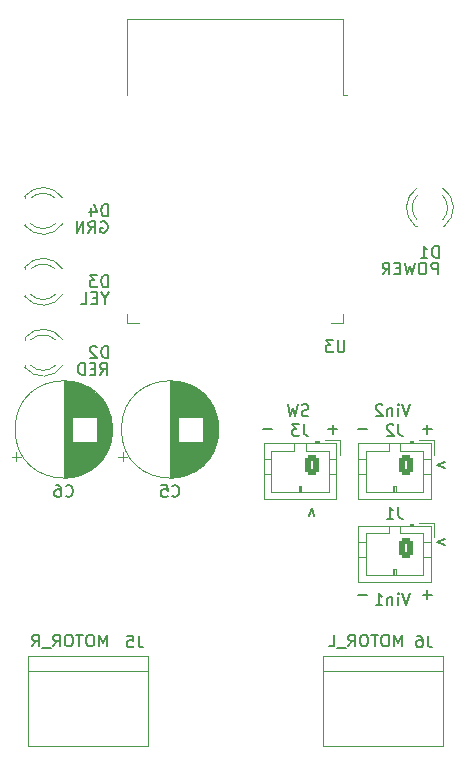
<source format=gbr>
%TF.GenerationSoftware,KiCad,Pcbnew,7.0.6*%
%TF.CreationDate,2025-04-22T02:23:43+09:00*%
%TF.ProjectId,Moving_V4_ESP,4d6f7669-6e67-45f5-9634-5f4553502e6b,rev?*%
%TF.SameCoordinates,Original*%
%TF.FileFunction,Legend,Bot*%
%TF.FilePolarity,Positive*%
%FSLAX46Y46*%
G04 Gerber Fmt 4.6, Leading zero omitted, Abs format (unit mm)*
G04 Created by KiCad (PCBNEW 7.0.6) date 2025-04-22 02:23:43*
%MOMM*%
%LPD*%
G01*
G04 APERTURE LIST*
G04 Aperture macros list*
%AMRoundRect*
0 Rectangle with rounded corners*
0 $1 Rounding radius*
0 $2 $3 $4 $5 $6 $7 $8 $9 X,Y pos of 4 corners*
0 Add a 4 corners polygon primitive as box body*
4,1,4,$2,$3,$4,$5,$6,$7,$8,$9,$2,$3,0*
0 Add four circle primitives for the rounded corners*
1,1,$1+$1,$2,$3*
1,1,$1+$1,$4,$5*
1,1,$1+$1,$6,$7*
1,1,$1+$1,$8,$9*
0 Add four rect primitives between the rounded corners*
20,1,$1+$1,$2,$3,$4,$5,0*
20,1,$1+$1,$4,$5,$6,$7,0*
20,1,$1+$1,$6,$7,$8,$9,0*
20,1,$1+$1,$8,$9,$2,$3,0*%
G04 Aperture macros list end*
%ADD10C,0.150000*%
%ADD11C,0.120000*%
%ADD12C,3.200000*%
%ADD13O,1.350000X1.700000*%
%ADD14O,1.100000X1.500000*%
%ADD15R,1.600000X1.600000*%
%ADD16C,1.600000*%
%ADD17R,1.800000X1.800000*%
%ADD18C,1.800000*%
%ADD19RoundRect,0.250000X0.350000X0.625000X-0.350000X0.625000X-0.350000X-0.625000X0.350000X-0.625000X0*%
%ADD20O,1.200000X1.750000*%
%ADD21R,1.500000X0.900000*%
%ADD22R,0.900000X1.500000*%
%ADD23C,0.600000*%
%ADD24R,4.200000X4.200000*%
%ADD25R,3.000000X3.000000*%
%ADD26C,3.000000*%
G04 APERTURE END LIST*
D10*
X107972744Y-123893628D02*
X107972744Y-124369819D01*
X108306077Y-123369819D02*
X107972744Y-123893628D01*
X107972744Y-123893628D02*
X107639411Y-123369819D01*
X107306077Y-123846009D02*
X106972744Y-123846009D01*
X106829887Y-124369819D02*
X107306077Y-124369819D01*
X107306077Y-124369819D02*
X107306077Y-123369819D01*
X107306077Y-123369819D02*
X106829887Y-123369819D01*
X105925125Y-124369819D02*
X106401315Y-124369819D01*
X106401315Y-124369819D02*
X106401315Y-123369819D01*
X122163220Y-134988866D02*
X121401316Y-134988866D01*
X125210839Y-133822200D02*
X125067982Y-133869819D01*
X125067982Y-133869819D02*
X124829887Y-133869819D01*
X124829887Y-133869819D02*
X124734649Y-133822200D01*
X124734649Y-133822200D02*
X124687030Y-133774580D01*
X124687030Y-133774580D02*
X124639411Y-133679342D01*
X124639411Y-133679342D02*
X124639411Y-133584104D01*
X124639411Y-133584104D02*
X124687030Y-133488866D01*
X124687030Y-133488866D02*
X124734649Y-133441247D01*
X124734649Y-133441247D02*
X124829887Y-133393628D01*
X124829887Y-133393628D02*
X125020363Y-133346009D01*
X125020363Y-133346009D02*
X125115601Y-133298390D01*
X125115601Y-133298390D02*
X125163220Y-133250771D01*
X125163220Y-133250771D02*
X125210839Y-133155533D01*
X125210839Y-133155533D02*
X125210839Y-133060295D01*
X125210839Y-133060295D02*
X125163220Y-132965057D01*
X125163220Y-132965057D02*
X125115601Y-132917438D01*
X125115601Y-132917438D02*
X125020363Y-132869819D01*
X125020363Y-132869819D02*
X124782268Y-132869819D01*
X124782268Y-132869819D02*
X124639411Y-132917438D01*
X124306077Y-132869819D02*
X124067982Y-133869819D01*
X124067982Y-133869819D02*
X123877506Y-133155533D01*
X123877506Y-133155533D02*
X123687030Y-133869819D01*
X123687030Y-133869819D02*
X123448935Y-132869819D01*
X130163220Y-148988866D02*
X129401316Y-148988866D01*
X133806077Y-132869819D02*
X133472744Y-133869819D01*
X133472744Y-133869819D02*
X133139411Y-132869819D01*
X132806077Y-133869819D02*
X132806077Y-133203152D01*
X132806077Y-132869819D02*
X132853696Y-132917438D01*
X132853696Y-132917438D02*
X132806077Y-132965057D01*
X132806077Y-132965057D02*
X132758458Y-132917438D01*
X132758458Y-132917438D02*
X132806077Y-132869819D01*
X132806077Y-132869819D02*
X132806077Y-132965057D01*
X132329887Y-133203152D02*
X132329887Y-133869819D01*
X132329887Y-133298390D02*
X132282268Y-133250771D01*
X132282268Y-133250771D02*
X132187030Y-133203152D01*
X132187030Y-133203152D02*
X132044173Y-133203152D01*
X132044173Y-133203152D02*
X131948935Y-133250771D01*
X131948935Y-133250771D02*
X131901316Y-133346009D01*
X131901316Y-133346009D02*
X131901316Y-133869819D01*
X131472744Y-132965057D02*
X131425125Y-132917438D01*
X131425125Y-132917438D02*
X131329887Y-132869819D01*
X131329887Y-132869819D02*
X131091792Y-132869819D01*
X131091792Y-132869819D02*
X130996554Y-132917438D01*
X130996554Y-132917438D02*
X130948935Y-132965057D01*
X130948935Y-132965057D02*
X130901316Y-133060295D01*
X130901316Y-133060295D02*
X130901316Y-133155533D01*
X130901316Y-133155533D02*
X130948935Y-133298390D01*
X130948935Y-133298390D02*
X131520363Y-133869819D01*
X131520363Y-133869819D02*
X130901316Y-133869819D01*
X133806077Y-148869819D02*
X133472744Y-149869819D01*
X133472744Y-149869819D02*
X133139411Y-148869819D01*
X132806077Y-149869819D02*
X132806077Y-149203152D01*
X132806077Y-148869819D02*
X132853696Y-148917438D01*
X132853696Y-148917438D02*
X132806077Y-148965057D01*
X132806077Y-148965057D02*
X132758458Y-148917438D01*
X132758458Y-148917438D02*
X132806077Y-148869819D01*
X132806077Y-148869819D02*
X132806077Y-148965057D01*
X132329887Y-149203152D02*
X132329887Y-149869819D01*
X132329887Y-149298390D02*
X132282268Y-149250771D01*
X132282268Y-149250771D02*
X132187030Y-149203152D01*
X132187030Y-149203152D02*
X132044173Y-149203152D01*
X132044173Y-149203152D02*
X131948935Y-149250771D01*
X131948935Y-149250771D02*
X131901316Y-149346009D01*
X131901316Y-149346009D02*
X131901316Y-149869819D01*
X130901316Y-149869819D02*
X131472744Y-149869819D01*
X131187030Y-149869819D02*
X131187030Y-148869819D01*
X131187030Y-148869819D02*
X131282268Y-149012676D01*
X131282268Y-149012676D02*
X131377506Y-149107914D01*
X131377506Y-149107914D02*
X131472744Y-149155533D01*
X135663220Y-134988866D02*
X134901316Y-134988866D01*
X135282268Y-135369819D02*
X135282268Y-134607914D01*
X130163220Y-134988866D02*
X129401316Y-134988866D01*
X127663220Y-134988866D02*
X126901316Y-134988866D01*
X127282268Y-135369819D02*
X127282268Y-134607914D01*
X108163220Y-153369819D02*
X108163220Y-152369819D01*
X108163220Y-152369819D02*
X107829887Y-153084104D01*
X107829887Y-153084104D02*
X107496554Y-152369819D01*
X107496554Y-152369819D02*
X107496554Y-153369819D01*
X106829887Y-152369819D02*
X106639411Y-152369819D01*
X106639411Y-152369819D02*
X106544173Y-152417438D01*
X106544173Y-152417438D02*
X106448935Y-152512676D01*
X106448935Y-152512676D02*
X106401316Y-152703152D01*
X106401316Y-152703152D02*
X106401316Y-153036485D01*
X106401316Y-153036485D02*
X106448935Y-153226961D01*
X106448935Y-153226961D02*
X106544173Y-153322200D01*
X106544173Y-153322200D02*
X106639411Y-153369819D01*
X106639411Y-153369819D02*
X106829887Y-153369819D01*
X106829887Y-153369819D02*
X106925125Y-153322200D01*
X106925125Y-153322200D02*
X107020363Y-153226961D01*
X107020363Y-153226961D02*
X107067982Y-153036485D01*
X107067982Y-153036485D02*
X107067982Y-152703152D01*
X107067982Y-152703152D02*
X107020363Y-152512676D01*
X107020363Y-152512676D02*
X106925125Y-152417438D01*
X106925125Y-152417438D02*
X106829887Y-152369819D01*
X106115601Y-152369819D02*
X105544173Y-152369819D01*
X105829887Y-153369819D02*
X105829887Y-152369819D01*
X105020363Y-152369819D02*
X104829887Y-152369819D01*
X104829887Y-152369819D02*
X104734649Y-152417438D01*
X104734649Y-152417438D02*
X104639411Y-152512676D01*
X104639411Y-152512676D02*
X104591792Y-152703152D01*
X104591792Y-152703152D02*
X104591792Y-153036485D01*
X104591792Y-153036485D02*
X104639411Y-153226961D01*
X104639411Y-153226961D02*
X104734649Y-153322200D01*
X104734649Y-153322200D02*
X104829887Y-153369819D01*
X104829887Y-153369819D02*
X105020363Y-153369819D01*
X105020363Y-153369819D02*
X105115601Y-153322200D01*
X105115601Y-153322200D02*
X105210839Y-153226961D01*
X105210839Y-153226961D02*
X105258458Y-153036485D01*
X105258458Y-153036485D02*
X105258458Y-152703152D01*
X105258458Y-152703152D02*
X105210839Y-152512676D01*
X105210839Y-152512676D02*
X105115601Y-152417438D01*
X105115601Y-152417438D02*
X105020363Y-152369819D01*
X103591792Y-153369819D02*
X103925125Y-152893628D01*
X104163220Y-153369819D02*
X104163220Y-152369819D01*
X104163220Y-152369819D02*
X103782268Y-152369819D01*
X103782268Y-152369819D02*
X103687030Y-152417438D01*
X103687030Y-152417438D02*
X103639411Y-152465057D01*
X103639411Y-152465057D02*
X103591792Y-152560295D01*
X103591792Y-152560295D02*
X103591792Y-152703152D01*
X103591792Y-152703152D02*
X103639411Y-152798390D01*
X103639411Y-152798390D02*
X103687030Y-152846009D01*
X103687030Y-152846009D02*
X103782268Y-152893628D01*
X103782268Y-152893628D02*
X104163220Y-152893628D01*
X103401316Y-153465057D02*
X102639411Y-153465057D01*
X101829887Y-153369819D02*
X102163220Y-152893628D01*
X102401315Y-153369819D02*
X102401315Y-152369819D01*
X102401315Y-152369819D02*
X102020363Y-152369819D01*
X102020363Y-152369819D02*
X101925125Y-152417438D01*
X101925125Y-152417438D02*
X101877506Y-152465057D01*
X101877506Y-152465057D02*
X101829887Y-152560295D01*
X101829887Y-152560295D02*
X101829887Y-152703152D01*
X101829887Y-152703152D02*
X101877506Y-152798390D01*
X101877506Y-152798390D02*
X101925125Y-152846009D01*
X101925125Y-152846009D02*
X102020363Y-152893628D01*
X102020363Y-152893628D02*
X102401315Y-152893628D01*
X107591792Y-130369819D02*
X107925125Y-129893628D01*
X108163220Y-130369819D02*
X108163220Y-129369819D01*
X108163220Y-129369819D02*
X107782268Y-129369819D01*
X107782268Y-129369819D02*
X107687030Y-129417438D01*
X107687030Y-129417438D02*
X107639411Y-129465057D01*
X107639411Y-129465057D02*
X107591792Y-129560295D01*
X107591792Y-129560295D02*
X107591792Y-129703152D01*
X107591792Y-129703152D02*
X107639411Y-129798390D01*
X107639411Y-129798390D02*
X107687030Y-129846009D01*
X107687030Y-129846009D02*
X107782268Y-129893628D01*
X107782268Y-129893628D02*
X108163220Y-129893628D01*
X107163220Y-129846009D02*
X106829887Y-129846009D01*
X106687030Y-130369819D02*
X107163220Y-130369819D01*
X107163220Y-130369819D02*
X107163220Y-129369819D01*
X107163220Y-129369819D02*
X106687030Y-129369819D01*
X106258458Y-130369819D02*
X106258458Y-129369819D01*
X106258458Y-129369819D02*
X106020363Y-129369819D01*
X106020363Y-129369819D02*
X105877506Y-129417438D01*
X105877506Y-129417438D02*
X105782268Y-129512676D01*
X105782268Y-129512676D02*
X105734649Y-129607914D01*
X105734649Y-129607914D02*
X105687030Y-129798390D01*
X105687030Y-129798390D02*
X105687030Y-129941247D01*
X105687030Y-129941247D02*
X105734649Y-130131723D01*
X105734649Y-130131723D02*
X105782268Y-130226961D01*
X105782268Y-130226961D02*
X105877506Y-130322200D01*
X105877506Y-130322200D02*
X106020363Y-130369819D01*
X106020363Y-130369819D02*
X106258458Y-130369819D01*
X133163220Y-153369819D02*
X133163220Y-152369819D01*
X133163220Y-152369819D02*
X132829887Y-153084104D01*
X132829887Y-153084104D02*
X132496554Y-152369819D01*
X132496554Y-152369819D02*
X132496554Y-153369819D01*
X131829887Y-152369819D02*
X131639411Y-152369819D01*
X131639411Y-152369819D02*
X131544173Y-152417438D01*
X131544173Y-152417438D02*
X131448935Y-152512676D01*
X131448935Y-152512676D02*
X131401316Y-152703152D01*
X131401316Y-152703152D02*
X131401316Y-153036485D01*
X131401316Y-153036485D02*
X131448935Y-153226961D01*
X131448935Y-153226961D02*
X131544173Y-153322200D01*
X131544173Y-153322200D02*
X131639411Y-153369819D01*
X131639411Y-153369819D02*
X131829887Y-153369819D01*
X131829887Y-153369819D02*
X131925125Y-153322200D01*
X131925125Y-153322200D02*
X132020363Y-153226961D01*
X132020363Y-153226961D02*
X132067982Y-153036485D01*
X132067982Y-153036485D02*
X132067982Y-152703152D01*
X132067982Y-152703152D02*
X132020363Y-152512676D01*
X132020363Y-152512676D02*
X131925125Y-152417438D01*
X131925125Y-152417438D02*
X131829887Y-152369819D01*
X131115601Y-152369819D02*
X130544173Y-152369819D01*
X130829887Y-153369819D02*
X130829887Y-152369819D01*
X130020363Y-152369819D02*
X129829887Y-152369819D01*
X129829887Y-152369819D02*
X129734649Y-152417438D01*
X129734649Y-152417438D02*
X129639411Y-152512676D01*
X129639411Y-152512676D02*
X129591792Y-152703152D01*
X129591792Y-152703152D02*
X129591792Y-153036485D01*
X129591792Y-153036485D02*
X129639411Y-153226961D01*
X129639411Y-153226961D02*
X129734649Y-153322200D01*
X129734649Y-153322200D02*
X129829887Y-153369819D01*
X129829887Y-153369819D02*
X130020363Y-153369819D01*
X130020363Y-153369819D02*
X130115601Y-153322200D01*
X130115601Y-153322200D02*
X130210839Y-153226961D01*
X130210839Y-153226961D02*
X130258458Y-153036485D01*
X130258458Y-153036485D02*
X130258458Y-152703152D01*
X130258458Y-152703152D02*
X130210839Y-152512676D01*
X130210839Y-152512676D02*
X130115601Y-152417438D01*
X130115601Y-152417438D02*
X130020363Y-152369819D01*
X128591792Y-153369819D02*
X128925125Y-152893628D01*
X129163220Y-153369819D02*
X129163220Y-152369819D01*
X129163220Y-152369819D02*
X128782268Y-152369819D01*
X128782268Y-152369819D02*
X128687030Y-152417438D01*
X128687030Y-152417438D02*
X128639411Y-152465057D01*
X128639411Y-152465057D02*
X128591792Y-152560295D01*
X128591792Y-152560295D02*
X128591792Y-152703152D01*
X128591792Y-152703152D02*
X128639411Y-152798390D01*
X128639411Y-152798390D02*
X128687030Y-152846009D01*
X128687030Y-152846009D02*
X128782268Y-152893628D01*
X128782268Y-152893628D02*
X129163220Y-152893628D01*
X128401316Y-153465057D02*
X127639411Y-153465057D01*
X126925125Y-153369819D02*
X127401315Y-153369819D01*
X127401315Y-153369819D02*
X127401315Y-152369819D01*
X107639411Y-117417438D02*
X107734649Y-117369819D01*
X107734649Y-117369819D02*
X107877506Y-117369819D01*
X107877506Y-117369819D02*
X108020363Y-117417438D01*
X108020363Y-117417438D02*
X108115601Y-117512676D01*
X108115601Y-117512676D02*
X108163220Y-117607914D01*
X108163220Y-117607914D02*
X108210839Y-117798390D01*
X108210839Y-117798390D02*
X108210839Y-117941247D01*
X108210839Y-117941247D02*
X108163220Y-118131723D01*
X108163220Y-118131723D02*
X108115601Y-118226961D01*
X108115601Y-118226961D02*
X108020363Y-118322200D01*
X108020363Y-118322200D02*
X107877506Y-118369819D01*
X107877506Y-118369819D02*
X107782268Y-118369819D01*
X107782268Y-118369819D02*
X107639411Y-118322200D01*
X107639411Y-118322200D02*
X107591792Y-118274580D01*
X107591792Y-118274580D02*
X107591792Y-117941247D01*
X107591792Y-117941247D02*
X107782268Y-117941247D01*
X106591792Y-118369819D02*
X106925125Y-117893628D01*
X107163220Y-118369819D02*
X107163220Y-117369819D01*
X107163220Y-117369819D02*
X106782268Y-117369819D01*
X106782268Y-117369819D02*
X106687030Y-117417438D01*
X106687030Y-117417438D02*
X106639411Y-117465057D01*
X106639411Y-117465057D02*
X106591792Y-117560295D01*
X106591792Y-117560295D02*
X106591792Y-117703152D01*
X106591792Y-117703152D02*
X106639411Y-117798390D01*
X106639411Y-117798390D02*
X106687030Y-117846009D01*
X106687030Y-117846009D02*
X106782268Y-117893628D01*
X106782268Y-117893628D02*
X107163220Y-117893628D01*
X106163220Y-118369819D02*
X106163220Y-117369819D01*
X106163220Y-117369819D02*
X105591792Y-118369819D01*
X105591792Y-118369819D02*
X105591792Y-117369819D01*
X136796847Y-138258458D02*
X136130180Y-138020363D01*
X136130180Y-138020363D02*
X136796847Y-137782268D01*
X136163220Y-121869819D02*
X136163220Y-120869819D01*
X136163220Y-120869819D02*
X135782268Y-120869819D01*
X135782268Y-120869819D02*
X135687030Y-120917438D01*
X135687030Y-120917438D02*
X135639411Y-120965057D01*
X135639411Y-120965057D02*
X135591792Y-121060295D01*
X135591792Y-121060295D02*
X135591792Y-121203152D01*
X135591792Y-121203152D02*
X135639411Y-121298390D01*
X135639411Y-121298390D02*
X135687030Y-121346009D01*
X135687030Y-121346009D02*
X135782268Y-121393628D01*
X135782268Y-121393628D02*
X136163220Y-121393628D01*
X134972744Y-120869819D02*
X134782268Y-120869819D01*
X134782268Y-120869819D02*
X134687030Y-120917438D01*
X134687030Y-120917438D02*
X134591792Y-121012676D01*
X134591792Y-121012676D02*
X134544173Y-121203152D01*
X134544173Y-121203152D02*
X134544173Y-121536485D01*
X134544173Y-121536485D02*
X134591792Y-121726961D01*
X134591792Y-121726961D02*
X134687030Y-121822200D01*
X134687030Y-121822200D02*
X134782268Y-121869819D01*
X134782268Y-121869819D02*
X134972744Y-121869819D01*
X134972744Y-121869819D02*
X135067982Y-121822200D01*
X135067982Y-121822200D02*
X135163220Y-121726961D01*
X135163220Y-121726961D02*
X135210839Y-121536485D01*
X135210839Y-121536485D02*
X135210839Y-121203152D01*
X135210839Y-121203152D02*
X135163220Y-121012676D01*
X135163220Y-121012676D02*
X135067982Y-120917438D01*
X135067982Y-120917438D02*
X134972744Y-120869819D01*
X134210839Y-120869819D02*
X133972744Y-121869819D01*
X133972744Y-121869819D02*
X133782268Y-121155533D01*
X133782268Y-121155533D02*
X133591792Y-121869819D01*
X133591792Y-121869819D02*
X133353697Y-120869819D01*
X132972744Y-121346009D02*
X132639411Y-121346009D01*
X132496554Y-121869819D02*
X132972744Y-121869819D01*
X132972744Y-121869819D02*
X132972744Y-120869819D01*
X132972744Y-120869819D02*
X132496554Y-120869819D01*
X131496554Y-121869819D02*
X131829887Y-121393628D01*
X132067982Y-121869819D02*
X132067982Y-120869819D01*
X132067982Y-120869819D02*
X131687030Y-120869819D01*
X131687030Y-120869819D02*
X131591792Y-120917438D01*
X131591792Y-120917438D02*
X131544173Y-120965057D01*
X131544173Y-120965057D02*
X131496554Y-121060295D01*
X131496554Y-121060295D02*
X131496554Y-121203152D01*
X131496554Y-121203152D02*
X131544173Y-121298390D01*
X131544173Y-121298390D02*
X131591792Y-121346009D01*
X131591792Y-121346009D02*
X131687030Y-121393628D01*
X131687030Y-121393628D02*
X132067982Y-121393628D01*
X125241541Y-142296847D02*
X125479636Y-141630180D01*
X125479636Y-141630180D02*
X125717731Y-142296847D01*
X135663220Y-148988866D02*
X134901316Y-148988866D01*
X135282268Y-149369819D02*
X135282268Y-148607914D01*
X136796847Y-144758458D02*
X136130180Y-144520363D01*
X136130180Y-144520363D02*
X136796847Y-144282268D01*
X113666666Y-140609580D02*
X113714285Y-140657200D01*
X113714285Y-140657200D02*
X113857142Y-140704819D01*
X113857142Y-140704819D02*
X113952380Y-140704819D01*
X113952380Y-140704819D02*
X114095237Y-140657200D01*
X114095237Y-140657200D02*
X114190475Y-140561961D01*
X114190475Y-140561961D02*
X114238094Y-140466723D01*
X114238094Y-140466723D02*
X114285713Y-140276247D01*
X114285713Y-140276247D02*
X114285713Y-140133390D01*
X114285713Y-140133390D02*
X114238094Y-139942914D01*
X114238094Y-139942914D02*
X114190475Y-139847676D01*
X114190475Y-139847676D02*
X114095237Y-139752438D01*
X114095237Y-139752438D02*
X113952380Y-139704819D01*
X113952380Y-139704819D02*
X113857142Y-139704819D01*
X113857142Y-139704819D02*
X113714285Y-139752438D01*
X113714285Y-139752438D02*
X113666666Y-139800057D01*
X112761904Y-139704819D02*
X113238094Y-139704819D01*
X113238094Y-139704819D02*
X113285713Y-140181009D01*
X113285713Y-140181009D02*
X113238094Y-140133390D01*
X113238094Y-140133390D02*
X113142856Y-140085771D01*
X113142856Y-140085771D02*
X112904761Y-140085771D01*
X112904761Y-140085771D02*
X112809523Y-140133390D01*
X112809523Y-140133390D02*
X112761904Y-140181009D01*
X112761904Y-140181009D02*
X112714285Y-140276247D01*
X112714285Y-140276247D02*
X112714285Y-140514342D01*
X112714285Y-140514342D02*
X112761904Y-140609580D01*
X112761904Y-140609580D02*
X112809523Y-140657200D01*
X112809523Y-140657200D02*
X112904761Y-140704819D01*
X112904761Y-140704819D02*
X113142856Y-140704819D01*
X113142856Y-140704819D02*
X113238094Y-140657200D01*
X113238094Y-140657200D02*
X113285713Y-140609580D01*
X108238094Y-128954819D02*
X108238094Y-127954819D01*
X108238094Y-127954819D02*
X107999999Y-127954819D01*
X107999999Y-127954819D02*
X107857142Y-128002438D01*
X107857142Y-128002438D02*
X107761904Y-128097676D01*
X107761904Y-128097676D02*
X107714285Y-128192914D01*
X107714285Y-128192914D02*
X107666666Y-128383390D01*
X107666666Y-128383390D02*
X107666666Y-128526247D01*
X107666666Y-128526247D02*
X107714285Y-128716723D01*
X107714285Y-128716723D02*
X107761904Y-128811961D01*
X107761904Y-128811961D02*
X107857142Y-128907200D01*
X107857142Y-128907200D02*
X107999999Y-128954819D01*
X107999999Y-128954819D02*
X108238094Y-128954819D01*
X107285713Y-128050057D02*
X107238094Y-128002438D01*
X107238094Y-128002438D02*
X107142856Y-127954819D01*
X107142856Y-127954819D02*
X106904761Y-127954819D01*
X106904761Y-127954819D02*
X106809523Y-128002438D01*
X106809523Y-128002438D02*
X106761904Y-128050057D01*
X106761904Y-128050057D02*
X106714285Y-128145295D01*
X106714285Y-128145295D02*
X106714285Y-128240533D01*
X106714285Y-128240533D02*
X106761904Y-128383390D01*
X106761904Y-128383390D02*
X107333332Y-128954819D01*
X107333332Y-128954819D02*
X106714285Y-128954819D01*
X104666666Y-140609580D02*
X104714285Y-140657200D01*
X104714285Y-140657200D02*
X104857142Y-140704819D01*
X104857142Y-140704819D02*
X104952380Y-140704819D01*
X104952380Y-140704819D02*
X105095237Y-140657200D01*
X105095237Y-140657200D02*
X105190475Y-140561961D01*
X105190475Y-140561961D02*
X105238094Y-140466723D01*
X105238094Y-140466723D02*
X105285713Y-140276247D01*
X105285713Y-140276247D02*
X105285713Y-140133390D01*
X105285713Y-140133390D02*
X105238094Y-139942914D01*
X105238094Y-139942914D02*
X105190475Y-139847676D01*
X105190475Y-139847676D02*
X105095237Y-139752438D01*
X105095237Y-139752438D02*
X104952380Y-139704819D01*
X104952380Y-139704819D02*
X104857142Y-139704819D01*
X104857142Y-139704819D02*
X104714285Y-139752438D01*
X104714285Y-139752438D02*
X104666666Y-139800057D01*
X103809523Y-139704819D02*
X103999999Y-139704819D01*
X103999999Y-139704819D02*
X104095237Y-139752438D01*
X104095237Y-139752438D02*
X104142856Y-139800057D01*
X104142856Y-139800057D02*
X104238094Y-139942914D01*
X104238094Y-139942914D02*
X104285713Y-140133390D01*
X104285713Y-140133390D02*
X104285713Y-140514342D01*
X104285713Y-140514342D02*
X104238094Y-140609580D01*
X104238094Y-140609580D02*
X104190475Y-140657200D01*
X104190475Y-140657200D02*
X104095237Y-140704819D01*
X104095237Y-140704819D02*
X103904761Y-140704819D01*
X103904761Y-140704819D02*
X103809523Y-140657200D01*
X103809523Y-140657200D02*
X103761904Y-140609580D01*
X103761904Y-140609580D02*
X103714285Y-140514342D01*
X103714285Y-140514342D02*
X103714285Y-140276247D01*
X103714285Y-140276247D02*
X103761904Y-140181009D01*
X103761904Y-140181009D02*
X103809523Y-140133390D01*
X103809523Y-140133390D02*
X103904761Y-140085771D01*
X103904761Y-140085771D02*
X104095237Y-140085771D01*
X104095237Y-140085771D02*
X104190475Y-140133390D01*
X104190475Y-140133390D02*
X104238094Y-140181009D01*
X104238094Y-140181009D02*
X104285713Y-140276247D01*
X132833333Y-141554819D02*
X132833333Y-142269104D01*
X132833333Y-142269104D02*
X132880952Y-142411961D01*
X132880952Y-142411961D02*
X132976190Y-142507200D01*
X132976190Y-142507200D02*
X133119047Y-142554819D01*
X133119047Y-142554819D02*
X133214285Y-142554819D01*
X131833333Y-142554819D02*
X132404761Y-142554819D01*
X132119047Y-142554819D02*
X132119047Y-141554819D01*
X132119047Y-141554819D02*
X132214285Y-141697676D01*
X132214285Y-141697676D02*
X132309523Y-141792914D01*
X132309523Y-141792914D02*
X132404761Y-141840533D01*
X128261904Y-127454819D02*
X128261904Y-128264342D01*
X128261904Y-128264342D02*
X128214285Y-128359580D01*
X128214285Y-128359580D02*
X128166666Y-128407200D01*
X128166666Y-128407200D02*
X128071428Y-128454819D01*
X128071428Y-128454819D02*
X127880952Y-128454819D01*
X127880952Y-128454819D02*
X127785714Y-128407200D01*
X127785714Y-128407200D02*
X127738095Y-128359580D01*
X127738095Y-128359580D02*
X127690476Y-128264342D01*
X127690476Y-128264342D02*
X127690476Y-127454819D01*
X127309523Y-127454819D02*
X126690476Y-127454819D01*
X126690476Y-127454819D02*
X127023809Y-127835771D01*
X127023809Y-127835771D02*
X126880952Y-127835771D01*
X126880952Y-127835771D02*
X126785714Y-127883390D01*
X126785714Y-127883390D02*
X126738095Y-127931009D01*
X126738095Y-127931009D02*
X126690476Y-128026247D01*
X126690476Y-128026247D02*
X126690476Y-128264342D01*
X126690476Y-128264342D02*
X126738095Y-128359580D01*
X126738095Y-128359580D02*
X126785714Y-128407200D01*
X126785714Y-128407200D02*
X126880952Y-128454819D01*
X126880952Y-128454819D02*
X127166666Y-128454819D01*
X127166666Y-128454819D02*
X127261904Y-128407200D01*
X127261904Y-128407200D02*
X127309523Y-128359580D01*
X132833333Y-134554819D02*
X132833333Y-135269104D01*
X132833333Y-135269104D02*
X132880952Y-135411961D01*
X132880952Y-135411961D02*
X132976190Y-135507200D01*
X132976190Y-135507200D02*
X133119047Y-135554819D01*
X133119047Y-135554819D02*
X133214285Y-135554819D01*
X132404761Y-134650057D02*
X132357142Y-134602438D01*
X132357142Y-134602438D02*
X132261904Y-134554819D01*
X132261904Y-134554819D02*
X132023809Y-134554819D01*
X132023809Y-134554819D02*
X131928571Y-134602438D01*
X131928571Y-134602438D02*
X131880952Y-134650057D01*
X131880952Y-134650057D02*
X131833333Y-134745295D01*
X131833333Y-134745295D02*
X131833333Y-134840533D01*
X131833333Y-134840533D02*
X131880952Y-134983390D01*
X131880952Y-134983390D02*
X132452380Y-135554819D01*
X132452380Y-135554819D02*
X131833333Y-135554819D01*
X108238094Y-116954819D02*
X108238094Y-115954819D01*
X108238094Y-115954819D02*
X107999999Y-115954819D01*
X107999999Y-115954819D02*
X107857142Y-116002438D01*
X107857142Y-116002438D02*
X107761904Y-116097676D01*
X107761904Y-116097676D02*
X107714285Y-116192914D01*
X107714285Y-116192914D02*
X107666666Y-116383390D01*
X107666666Y-116383390D02*
X107666666Y-116526247D01*
X107666666Y-116526247D02*
X107714285Y-116716723D01*
X107714285Y-116716723D02*
X107761904Y-116811961D01*
X107761904Y-116811961D02*
X107857142Y-116907200D01*
X107857142Y-116907200D02*
X107999999Y-116954819D01*
X107999999Y-116954819D02*
X108238094Y-116954819D01*
X106809523Y-116288152D02*
X106809523Y-116954819D01*
X107047618Y-115907200D02*
X107285713Y-116621485D01*
X107285713Y-116621485D02*
X106666666Y-116621485D01*
X136238094Y-120454819D02*
X136238094Y-119454819D01*
X136238094Y-119454819D02*
X135999999Y-119454819D01*
X135999999Y-119454819D02*
X135857142Y-119502438D01*
X135857142Y-119502438D02*
X135761904Y-119597676D01*
X135761904Y-119597676D02*
X135714285Y-119692914D01*
X135714285Y-119692914D02*
X135666666Y-119883390D01*
X135666666Y-119883390D02*
X135666666Y-120026247D01*
X135666666Y-120026247D02*
X135714285Y-120216723D01*
X135714285Y-120216723D02*
X135761904Y-120311961D01*
X135761904Y-120311961D02*
X135857142Y-120407200D01*
X135857142Y-120407200D02*
X135999999Y-120454819D01*
X135999999Y-120454819D02*
X136238094Y-120454819D01*
X134714285Y-120454819D02*
X135285713Y-120454819D01*
X134999999Y-120454819D02*
X134999999Y-119454819D01*
X134999999Y-119454819D02*
X135095237Y-119597676D01*
X135095237Y-119597676D02*
X135190475Y-119692914D01*
X135190475Y-119692914D02*
X135285713Y-119740533D01*
X135333333Y-152454819D02*
X135333333Y-153169104D01*
X135333333Y-153169104D02*
X135380952Y-153311961D01*
X135380952Y-153311961D02*
X135476190Y-153407200D01*
X135476190Y-153407200D02*
X135619047Y-153454819D01*
X135619047Y-153454819D02*
X135714285Y-153454819D01*
X134428571Y-152454819D02*
X134619047Y-152454819D01*
X134619047Y-152454819D02*
X134714285Y-152502438D01*
X134714285Y-152502438D02*
X134761904Y-152550057D01*
X134761904Y-152550057D02*
X134857142Y-152692914D01*
X134857142Y-152692914D02*
X134904761Y-152883390D01*
X134904761Y-152883390D02*
X134904761Y-153264342D01*
X134904761Y-153264342D02*
X134857142Y-153359580D01*
X134857142Y-153359580D02*
X134809523Y-153407200D01*
X134809523Y-153407200D02*
X134714285Y-153454819D01*
X134714285Y-153454819D02*
X134523809Y-153454819D01*
X134523809Y-153454819D02*
X134428571Y-153407200D01*
X134428571Y-153407200D02*
X134380952Y-153359580D01*
X134380952Y-153359580D02*
X134333333Y-153264342D01*
X134333333Y-153264342D02*
X134333333Y-153026247D01*
X134333333Y-153026247D02*
X134380952Y-152931009D01*
X134380952Y-152931009D02*
X134428571Y-152883390D01*
X134428571Y-152883390D02*
X134523809Y-152835771D01*
X134523809Y-152835771D02*
X134714285Y-152835771D01*
X134714285Y-152835771D02*
X134809523Y-152883390D01*
X134809523Y-152883390D02*
X134857142Y-152931009D01*
X134857142Y-152931009D02*
X134904761Y-153026247D01*
X108238094Y-122954819D02*
X108238094Y-121954819D01*
X108238094Y-121954819D02*
X107999999Y-121954819D01*
X107999999Y-121954819D02*
X107857142Y-122002438D01*
X107857142Y-122002438D02*
X107761904Y-122097676D01*
X107761904Y-122097676D02*
X107714285Y-122192914D01*
X107714285Y-122192914D02*
X107666666Y-122383390D01*
X107666666Y-122383390D02*
X107666666Y-122526247D01*
X107666666Y-122526247D02*
X107714285Y-122716723D01*
X107714285Y-122716723D02*
X107761904Y-122811961D01*
X107761904Y-122811961D02*
X107857142Y-122907200D01*
X107857142Y-122907200D02*
X107999999Y-122954819D01*
X107999999Y-122954819D02*
X108238094Y-122954819D01*
X107333332Y-121954819D02*
X106714285Y-121954819D01*
X106714285Y-121954819D02*
X107047618Y-122335771D01*
X107047618Y-122335771D02*
X106904761Y-122335771D01*
X106904761Y-122335771D02*
X106809523Y-122383390D01*
X106809523Y-122383390D02*
X106761904Y-122431009D01*
X106761904Y-122431009D02*
X106714285Y-122526247D01*
X106714285Y-122526247D02*
X106714285Y-122764342D01*
X106714285Y-122764342D02*
X106761904Y-122859580D01*
X106761904Y-122859580D02*
X106809523Y-122907200D01*
X106809523Y-122907200D02*
X106904761Y-122954819D01*
X106904761Y-122954819D02*
X107190475Y-122954819D01*
X107190475Y-122954819D02*
X107285713Y-122907200D01*
X107285713Y-122907200D02*
X107333332Y-122859580D01*
X124833333Y-134554819D02*
X124833333Y-135269104D01*
X124833333Y-135269104D02*
X124880952Y-135411961D01*
X124880952Y-135411961D02*
X124976190Y-135507200D01*
X124976190Y-135507200D02*
X125119047Y-135554819D01*
X125119047Y-135554819D02*
X125214285Y-135554819D01*
X124452380Y-134554819D02*
X123833333Y-134554819D01*
X123833333Y-134554819D02*
X124166666Y-134935771D01*
X124166666Y-134935771D02*
X124023809Y-134935771D01*
X124023809Y-134935771D02*
X123928571Y-134983390D01*
X123928571Y-134983390D02*
X123880952Y-135031009D01*
X123880952Y-135031009D02*
X123833333Y-135126247D01*
X123833333Y-135126247D02*
X123833333Y-135364342D01*
X123833333Y-135364342D02*
X123880952Y-135459580D01*
X123880952Y-135459580D02*
X123928571Y-135507200D01*
X123928571Y-135507200D02*
X124023809Y-135554819D01*
X124023809Y-135554819D02*
X124309523Y-135554819D01*
X124309523Y-135554819D02*
X124404761Y-135507200D01*
X124404761Y-135507200D02*
X124452380Y-135459580D01*
X110833333Y-152454819D02*
X110833333Y-153169104D01*
X110833333Y-153169104D02*
X110880952Y-153311961D01*
X110880952Y-153311961D02*
X110976190Y-153407200D01*
X110976190Y-153407200D02*
X111119047Y-153454819D01*
X111119047Y-153454819D02*
X111214285Y-153454819D01*
X109880952Y-152454819D02*
X110357142Y-152454819D01*
X110357142Y-152454819D02*
X110404761Y-152931009D01*
X110404761Y-152931009D02*
X110357142Y-152883390D01*
X110357142Y-152883390D02*
X110261904Y-152835771D01*
X110261904Y-152835771D02*
X110023809Y-152835771D01*
X110023809Y-152835771D02*
X109928571Y-152883390D01*
X109928571Y-152883390D02*
X109880952Y-152931009D01*
X109880952Y-152931009D02*
X109833333Y-153026247D01*
X109833333Y-153026247D02*
X109833333Y-153264342D01*
X109833333Y-153264342D02*
X109880952Y-153359580D01*
X109880952Y-153359580D02*
X109928571Y-153407200D01*
X109928571Y-153407200D02*
X110023809Y-153454819D01*
X110023809Y-153454819D02*
X110261904Y-153454819D01*
X110261904Y-153454819D02*
X110357142Y-153407200D01*
X110357142Y-153407200D02*
X110404761Y-153359580D01*
D11*
%TO.C,C5*%
X109090302Y-137315000D02*
X109890302Y-137315000D01*
X109490302Y-137715000D02*
X109490302Y-136915000D01*
X113500000Y-139080000D02*
X113500000Y-130920000D01*
X113540000Y-139080000D02*
X113540000Y-130920000D01*
X113580000Y-139080000D02*
X113580000Y-130920000D01*
X113620000Y-139079000D02*
X113620000Y-130921000D01*
X113660000Y-139077000D02*
X113660000Y-130923000D01*
X113700000Y-139076000D02*
X113700000Y-130924000D01*
X113740000Y-139074000D02*
X113740000Y-130926000D01*
X113780000Y-139071000D02*
X113780000Y-130929000D01*
X113820000Y-139068000D02*
X113820000Y-130932000D01*
X113860000Y-139065000D02*
X113860000Y-130935000D01*
X113900000Y-139061000D02*
X113900000Y-130939000D01*
X113940000Y-139057000D02*
X113940000Y-130943000D01*
X113980000Y-139052000D02*
X113980000Y-130948000D01*
X114020000Y-139048000D02*
X114020000Y-130952000D01*
X114060000Y-139042000D02*
X114060000Y-130958000D01*
X114100000Y-139037000D02*
X114100000Y-130963000D01*
X114140000Y-139030000D02*
X114140000Y-130970000D01*
X114180000Y-139024000D02*
X114180000Y-130976000D01*
X114221000Y-133960000D02*
X114221000Y-130983000D01*
X114221000Y-139017000D02*
X114221000Y-136040000D01*
X114261000Y-133960000D02*
X114261000Y-130990000D01*
X114261000Y-139010000D02*
X114261000Y-136040000D01*
X114301000Y-133960000D02*
X114301000Y-130998000D01*
X114301000Y-139002000D02*
X114301000Y-136040000D01*
X114341000Y-133960000D02*
X114341000Y-131006000D01*
X114341000Y-138994000D02*
X114341000Y-136040000D01*
X114381000Y-133960000D02*
X114381000Y-131015000D01*
X114381000Y-138985000D02*
X114381000Y-136040000D01*
X114421000Y-133960000D02*
X114421000Y-131024000D01*
X114421000Y-138976000D02*
X114421000Y-136040000D01*
X114461000Y-133960000D02*
X114461000Y-131033000D01*
X114461000Y-138967000D02*
X114461000Y-136040000D01*
X114501000Y-133960000D02*
X114501000Y-131043000D01*
X114501000Y-138957000D02*
X114501000Y-136040000D01*
X114541000Y-133960000D02*
X114541000Y-131053000D01*
X114541000Y-138947000D02*
X114541000Y-136040000D01*
X114581000Y-133960000D02*
X114581000Y-131064000D01*
X114581000Y-138936000D02*
X114581000Y-136040000D01*
X114621000Y-133960000D02*
X114621000Y-131075000D01*
X114621000Y-138925000D02*
X114621000Y-136040000D01*
X114661000Y-133960000D02*
X114661000Y-131086000D01*
X114661000Y-138914000D02*
X114661000Y-136040000D01*
X114701000Y-133960000D02*
X114701000Y-131098000D01*
X114701000Y-138902000D02*
X114701000Y-136040000D01*
X114741000Y-133960000D02*
X114741000Y-131111000D01*
X114741000Y-138889000D02*
X114741000Y-136040000D01*
X114781000Y-133960000D02*
X114781000Y-131123000D01*
X114781000Y-138877000D02*
X114781000Y-136040000D01*
X114821000Y-133960000D02*
X114821000Y-131137000D01*
X114821000Y-138863000D02*
X114821000Y-136040000D01*
X114861000Y-133960000D02*
X114861000Y-131150000D01*
X114861000Y-138850000D02*
X114861000Y-136040000D01*
X114901000Y-133960000D02*
X114901000Y-131165000D01*
X114901000Y-138835000D02*
X114901000Y-136040000D01*
X114941000Y-133960000D02*
X114941000Y-131179000D01*
X114941000Y-138821000D02*
X114941000Y-136040000D01*
X114981000Y-133960000D02*
X114981000Y-131195000D01*
X114981000Y-138805000D02*
X114981000Y-136040000D01*
X115021000Y-133960000D02*
X115021000Y-131210000D01*
X115021000Y-138790000D02*
X115021000Y-136040000D01*
X115061000Y-133960000D02*
X115061000Y-131226000D01*
X115061000Y-138774000D02*
X115061000Y-136040000D01*
X115101000Y-133960000D02*
X115101000Y-131243000D01*
X115101000Y-138757000D02*
X115101000Y-136040000D01*
X115141000Y-133960000D02*
X115141000Y-131260000D01*
X115141000Y-138740000D02*
X115141000Y-136040000D01*
X115181000Y-133960000D02*
X115181000Y-131278000D01*
X115181000Y-138722000D02*
X115181000Y-136040000D01*
X115221000Y-133960000D02*
X115221000Y-131296000D01*
X115221000Y-138704000D02*
X115221000Y-136040000D01*
X115261000Y-133960000D02*
X115261000Y-131314000D01*
X115261000Y-138686000D02*
X115261000Y-136040000D01*
X115301000Y-133960000D02*
X115301000Y-131334000D01*
X115301000Y-138666000D02*
X115301000Y-136040000D01*
X115341000Y-133960000D02*
X115341000Y-131353000D01*
X115341000Y-138647000D02*
X115341000Y-136040000D01*
X115381000Y-133960000D02*
X115381000Y-131373000D01*
X115381000Y-138627000D02*
X115381000Y-136040000D01*
X115421000Y-133960000D02*
X115421000Y-131394000D01*
X115421000Y-138606000D02*
X115421000Y-136040000D01*
X115461000Y-133960000D02*
X115461000Y-131416000D01*
X115461000Y-138584000D02*
X115461000Y-136040000D01*
X115501000Y-133960000D02*
X115501000Y-131438000D01*
X115501000Y-138562000D02*
X115501000Y-136040000D01*
X115541000Y-133960000D02*
X115541000Y-131460000D01*
X115541000Y-138540000D02*
X115541000Y-136040000D01*
X115581000Y-133960000D02*
X115581000Y-131483000D01*
X115581000Y-138517000D02*
X115581000Y-136040000D01*
X115621000Y-133960000D02*
X115621000Y-131507000D01*
X115621000Y-138493000D02*
X115621000Y-136040000D01*
X115661000Y-133960000D02*
X115661000Y-131531000D01*
X115661000Y-138469000D02*
X115661000Y-136040000D01*
X115701000Y-133960000D02*
X115701000Y-131556000D01*
X115701000Y-138444000D02*
X115701000Y-136040000D01*
X115741000Y-133960000D02*
X115741000Y-131582000D01*
X115741000Y-138418000D02*
X115741000Y-136040000D01*
X115781000Y-133960000D02*
X115781000Y-131608000D01*
X115781000Y-138392000D02*
X115781000Y-136040000D01*
X115821000Y-133960000D02*
X115821000Y-131635000D01*
X115821000Y-138365000D02*
X115821000Y-136040000D01*
X115861000Y-133960000D02*
X115861000Y-131662000D01*
X115861000Y-138338000D02*
X115861000Y-136040000D01*
X115901000Y-133960000D02*
X115901000Y-131691000D01*
X115901000Y-138309000D02*
X115901000Y-136040000D01*
X115941000Y-133960000D02*
X115941000Y-131720000D01*
X115941000Y-138280000D02*
X115941000Y-136040000D01*
X115981000Y-133960000D02*
X115981000Y-131750000D01*
X115981000Y-138250000D02*
X115981000Y-136040000D01*
X116021000Y-133960000D02*
X116021000Y-131780000D01*
X116021000Y-138220000D02*
X116021000Y-136040000D01*
X116061000Y-133960000D02*
X116061000Y-131811000D01*
X116061000Y-138189000D02*
X116061000Y-136040000D01*
X116101000Y-133960000D02*
X116101000Y-131844000D01*
X116101000Y-138156000D02*
X116101000Y-136040000D01*
X116141000Y-133960000D02*
X116141000Y-131876000D01*
X116141000Y-138124000D02*
X116141000Y-136040000D01*
X116181000Y-133960000D02*
X116181000Y-131910000D01*
X116181000Y-138090000D02*
X116181000Y-136040000D01*
X116221000Y-133960000D02*
X116221000Y-131945000D01*
X116221000Y-138055000D02*
X116221000Y-136040000D01*
X116261000Y-133960000D02*
X116261000Y-131981000D01*
X116261000Y-138019000D02*
X116261000Y-136040000D01*
X116301000Y-137983000D02*
X116301000Y-132017000D01*
X116341000Y-137945000D02*
X116341000Y-132055000D01*
X116381000Y-137907000D02*
X116381000Y-132093000D01*
X116421000Y-137867000D02*
X116421000Y-132133000D01*
X116461000Y-137826000D02*
X116461000Y-132174000D01*
X116501000Y-137784000D02*
X116501000Y-132216000D01*
X116541000Y-137741000D02*
X116541000Y-132259000D01*
X116581000Y-137697000D02*
X116581000Y-132303000D01*
X116621000Y-137651000D02*
X116621000Y-132349000D01*
X116661000Y-137604000D02*
X116661000Y-132396000D01*
X116701000Y-137556000D02*
X116701000Y-132444000D01*
X116741000Y-137505000D02*
X116741000Y-132495000D01*
X116781000Y-137454000D02*
X116781000Y-132546000D01*
X116821000Y-137400000D02*
X116821000Y-132600000D01*
X116861000Y-137345000D02*
X116861000Y-132655000D01*
X116901000Y-137287000D02*
X116901000Y-132713000D01*
X116941000Y-137228000D02*
X116941000Y-132772000D01*
X116981000Y-137166000D02*
X116981000Y-132834000D01*
X117021000Y-137102000D02*
X117021000Y-132898000D01*
X117061000Y-137034000D02*
X117061000Y-132966000D01*
X117101000Y-136964000D02*
X117101000Y-133036000D01*
X117141000Y-136890000D02*
X117141000Y-133110000D01*
X117181000Y-136813000D02*
X117181000Y-133187000D01*
X117221000Y-136731000D02*
X117221000Y-133269000D01*
X117261000Y-136645000D02*
X117261000Y-133355000D01*
X117301000Y-136552000D02*
X117301000Y-133448000D01*
X117341000Y-136453000D02*
X117341000Y-133547000D01*
X117381000Y-136346000D02*
X117381000Y-133654000D01*
X117421000Y-136229000D02*
X117421000Y-133771000D01*
X117461000Y-136098000D02*
X117461000Y-133902000D01*
X117501000Y-135948000D02*
X117501000Y-134052000D01*
X117541000Y-135768000D02*
X117541000Y-134232000D01*
X117581000Y-135533000D02*
X117581000Y-134467000D01*
X117620000Y-135000000D02*
G75*
G03*
X117620000Y-135000000I-4120000J0D01*
G01*
%TO.C,D2*%
X101185000Y-127420000D02*
X101185000Y-127264000D01*
X101185000Y-129736000D02*
X101185000Y-129580000D01*
X104417334Y-127421392D02*
G75*
G03*
X101185001Y-127264485I-1672334J-1078608D01*
G01*
X103786129Y-127420164D02*
G75*
G03*
X101704040Y-127420001I-1041129J-1079836D01*
G01*
X101704040Y-129579999D02*
G75*
G03*
X103786129Y-129579836I1040960J1079999D01*
G01*
X101185001Y-129735515D02*
G75*
G03*
X104417334Y-129578608I1559999J1235515D01*
G01*
%TO.C,C6*%
X100090302Y-137315000D02*
X100890302Y-137315000D01*
X100490302Y-137715000D02*
X100490302Y-136915000D01*
X104500000Y-139080000D02*
X104500000Y-130920000D01*
X104540000Y-139080000D02*
X104540000Y-130920000D01*
X104580000Y-139080000D02*
X104580000Y-130920000D01*
X104620000Y-139079000D02*
X104620000Y-130921000D01*
X104660000Y-139077000D02*
X104660000Y-130923000D01*
X104700000Y-139076000D02*
X104700000Y-130924000D01*
X104740000Y-139074000D02*
X104740000Y-130926000D01*
X104780000Y-139071000D02*
X104780000Y-130929000D01*
X104820000Y-139068000D02*
X104820000Y-130932000D01*
X104860000Y-139065000D02*
X104860000Y-130935000D01*
X104900000Y-139061000D02*
X104900000Y-130939000D01*
X104940000Y-139057000D02*
X104940000Y-130943000D01*
X104980000Y-139052000D02*
X104980000Y-130948000D01*
X105020000Y-139048000D02*
X105020000Y-130952000D01*
X105060000Y-139042000D02*
X105060000Y-130958000D01*
X105100000Y-139037000D02*
X105100000Y-130963000D01*
X105140000Y-139030000D02*
X105140000Y-130970000D01*
X105180000Y-139024000D02*
X105180000Y-130976000D01*
X105221000Y-133960000D02*
X105221000Y-130983000D01*
X105221000Y-139017000D02*
X105221000Y-136040000D01*
X105261000Y-133960000D02*
X105261000Y-130990000D01*
X105261000Y-139010000D02*
X105261000Y-136040000D01*
X105301000Y-133960000D02*
X105301000Y-130998000D01*
X105301000Y-139002000D02*
X105301000Y-136040000D01*
X105341000Y-133960000D02*
X105341000Y-131006000D01*
X105341000Y-138994000D02*
X105341000Y-136040000D01*
X105381000Y-133960000D02*
X105381000Y-131015000D01*
X105381000Y-138985000D02*
X105381000Y-136040000D01*
X105421000Y-133960000D02*
X105421000Y-131024000D01*
X105421000Y-138976000D02*
X105421000Y-136040000D01*
X105461000Y-133960000D02*
X105461000Y-131033000D01*
X105461000Y-138967000D02*
X105461000Y-136040000D01*
X105501000Y-133960000D02*
X105501000Y-131043000D01*
X105501000Y-138957000D02*
X105501000Y-136040000D01*
X105541000Y-133960000D02*
X105541000Y-131053000D01*
X105541000Y-138947000D02*
X105541000Y-136040000D01*
X105581000Y-133960000D02*
X105581000Y-131064000D01*
X105581000Y-138936000D02*
X105581000Y-136040000D01*
X105621000Y-133960000D02*
X105621000Y-131075000D01*
X105621000Y-138925000D02*
X105621000Y-136040000D01*
X105661000Y-133960000D02*
X105661000Y-131086000D01*
X105661000Y-138914000D02*
X105661000Y-136040000D01*
X105701000Y-133960000D02*
X105701000Y-131098000D01*
X105701000Y-138902000D02*
X105701000Y-136040000D01*
X105741000Y-133960000D02*
X105741000Y-131111000D01*
X105741000Y-138889000D02*
X105741000Y-136040000D01*
X105781000Y-133960000D02*
X105781000Y-131123000D01*
X105781000Y-138877000D02*
X105781000Y-136040000D01*
X105821000Y-133960000D02*
X105821000Y-131137000D01*
X105821000Y-138863000D02*
X105821000Y-136040000D01*
X105861000Y-133960000D02*
X105861000Y-131150000D01*
X105861000Y-138850000D02*
X105861000Y-136040000D01*
X105901000Y-133960000D02*
X105901000Y-131165000D01*
X105901000Y-138835000D02*
X105901000Y-136040000D01*
X105941000Y-133960000D02*
X105941000Y-131179000D01*
X105941000Y-138821000D02*
X105941000Y-136040000D01*
X105981000Y-133960000D02*
X105981000Y-131195000D01*
X105981000Y-138805000D02*
X105981000Y-136040000D01*
X106021000Y-133960000D02*
X106021000Y-131210000D01*
X106021000Y-138790000D02*
X106021000Y-136040000D01*
X106061000Y-133960000D02*
X106061000Y-131226000D01*
X106061000Y-138774000D02*
X106061000Y-136040000D01*
X106101000Y-133960000D02*
X106101000Y-131243000D01*
X106101000Y-138757000D02*
X106101000Y-136040000D01*
X106141000Y-133960000D02*
X106141000Y-131260000D01*
X106141000Y-138740000D02*
X106141000Y-136040000D01*
X106181000Y-133960000D02*
X106181000Y-131278000D01*
X106181000Y-138722000D02*
X106181000Y-136040000D01*
X106221000Y-133960000D02*
X106221000Y-131296000D01*
X106221000Y-138704000D02*
X106221000Y-136040000D01*
X106261000Y-133960000D02*
X106261000Y-131314000D01*
X106261000Y-138686000D02*
X106261000Y-136040000D01*
X106301000Y-133960000D02*
X106301000Y-131334000D01*
X106301000Y-138666000D02*
X106301000Y-136040000D01*
X106341000Y-133960000D02*
X106341000Y-131353000D01*
X106341000Y-138647000D02*
X106341000Y-136040000D01*
X106381000Y-133960000D02*
X106381000Y-131373000D01*
X106381000Y-138627000D02*
X106381000Y-136040000D01*
X106421000Y-133960000D02*
X106421000Y-131394000D01*
X106421000Y-138606000D02*
X106421000Y-136040000D01*
X106461000Y-133960000D02*
X106461000Y-131416000D01*
X106461000Y-138584000D02*
X106461000Y-136040000D01*
X106501000Y-133960000D02*
X106501000Y-131438000D01*
X106501000Y-138562000D02*
X106501000Y-136040000D01*
X106541000Y-133960000D02*
X106541000Y-131460000D01*
X106541000Y-138540000D02*
X106541000Y-136040000D01*
X106581000Y-133960000D02*
X106581000Y-131483000D01*
X106581000Y-138517000D02*
X106581000Y-136040000D01*
X106621000Y-133960000D02*
X106621000Y-131507000D01*
X106621000Y-138493000D02*
X106621000Y-136040000D01*
X106661000Y-133960000D02*
X106661000Y-131531000D01*
X106661000Y-138469000D02*
X106661000Y-136040000D01*
X106701000Y-133960000D02*
X106701000Y-131556000D01*
X106701000Y-138444000D02*
X106701000Y-136040000D01*
X106741000Y-133960000D02*
X106741000Y-131582000D01*
X106741000Y-138418000D02*
X106741000Y-136040000D01*
X106781000Y-133960000D02*
X106781000Y-131608000D01*
X106781000Y-138392000D02*
X106781000Y-136040000D01*
X106821000Y-133960000D02*
X106821000Y-131635000D01*
X106821000Y-138365000D02*
X106821000Y-136040000D01*
X106861000Y-133960000D02*
X106861000Y-131662000D01*
X106861000Y-138338000D02*
X106861000Y-136040000D01*
X106901000Y-133960000D02*
X106901000Y-131691000D01*
X106901000Y-138309000D02*
X106901000Y-136040000D01*
X106941000Y-133960000D02*
X106941000Y-131720000D01*
X106941000Y-138280000D02*
X106941000Y-136040000D01*
X106981000Y-133960000D02*
X106981000Y-131750000D01*
X106981000Y-138250000D02*
X106981000Y-136040000D01*
X107021000Y-133960000D02*
X107021000Y-131780000D01*
X107021000Y-138220000D02*
X107021000Y-136040000D01*
X107061000Y-133960000D02*
X107061000Y-131811000D01*
X107061000Y-138189000D02*
X107061000Y-136040000D01*
X107101000Y-133960000D02*
X107101000Y-131844000D01*
X107101000Y-138156000D02*
X107101000Y-136040000D01*
X107141000Y-133960000D02*
X107141000Y-131876000D01*
X107141000Y-138124000D02*
X107141000Y-136040000D01*
X107181000Y-133960000D02*
X107181000Y-131910000D01*
X107181000Y-138090000D02*
X107181000Y-136040000D01*
X107221000Y-133960000D02*
X107221000Y-131945000D01*
X107221000Y-138055000D02*
X107221000Y-136040000D01*
X107261000Y-133960000D02*
X107261000Y-131981000D01*
X107261000Y-138019000D02*
X107261000Y-136040000D01*
X107301000Y-137983000D02*
X107301000Y-132017000D01*
X107341000Y-137945000D02*
X107341000Y-132055000D01*
X107381000Y-137907000D02*
X107381000Y-132093000D01*
X107421000Y-137867000D02*
X107421000Y-132133000D01*
X107461000Y-137826000D02*
X107461000Y-132174000D01*
X107501000Y-137784000D02*
X107501000Y-132216000D01*
X107541000Y-137741000D02*
X107541000Y-132259000D01*
X107581000Y-137697000D02*
X107581000Y-132303000D01*
X107621000Y-137651000D02*
X107621000Y-132349000D01*
X107661000Y-137604000D02*
X107661000Y-132396000D01*
X107701000Y-137556000D02*
X107701000Y-132444000D01*
X107741000Y-137505000D02*
X107741000Y-132495000D01*
X107781000Y-137454000D02*
X107781000Y-132546000D01*
X107821000Y-137400000D02*
X107821000Y-132600000D01*
X107861000Y-137345000D02*
X107861000Y-132655000D01*
X107901000Y-137287000D02*
X107901000Y-132713000D01*
X107941000Y-137228000D02*
X107941000Y-132772000D01*
X107981000Y-137166000D02*
X107981000Y-132834000D01*
X108021000Y-137102000D02*
X108021000Y-132898000D01*
X108061000Y-137034000D02*
X108061000Y-132966000D01*
X108101000Y-136964000D02*
X108101000Y-133036000D01*
X108141000Y-136890000D02*
X108141000Y-133110000D01*
X108181000Y-136813000D02*
X108181000Y-133187000D01*
X108221000Y-136731000D02*
X108221000Y-133269000D01*
X108261000Y-136645000D02*
X108261000Y-133355000D01*
X108301000Y-136552000D02*
X108301000Y-133448000D01*
X108341000Y-136453000D02*
X108341000Y-133547000D01*
X108381000Y-136346000D02*
X108381000Y-133654000D01*
X108421000Y-136229000D02*
X108421000Y-133771000D01*
X108461000Y-136098000D02*
X108461000Y-133902000D01*
X108501000Y-135948000D02*
X108501000Y-134052000D01*
X108541000Y-135768000D02*
X108541000Y-134232000D01*
X108581000Y-135533000D02*
X108581000Y-134467000D01*
X108620000Y-135000000D02*
G75*
G03*
X108620000Y-135000000I-4120000J0D01*
G01*
%TO.C,J1*%
X135860000Y-142890000D02*
X135860000Y-144140000D01*
X135560000Y-147910000D02*
X129440000Y-147910000D01*
X135560000Y-145800000D02*
X134950000Y-145800000D01*
X135560000Y-144500000D02*
X134950000Y-144500000D01*
X135560000Y-143190000D02*
X135560000Y-147910000D01*
X134950000Y-147300000D02*
X130050000Y-147300000D01*
X134950000Y-143800000D02*
X134950000Y-147300000D01*
X134610000Y-142890000D02*
X135860000Y-142890000D01*
X134100000Y-142990000D02*
X134100000Y-143190000D01*
X133800000Y-143190000D02*
X133800000Y-142990000D01*
X133800000Y-143090000D02*
X134100000Y-143090000D01*
X133800000Y-142990000D02*
X134100000Y-142990000D01*
X133000000Y-143800000D02*
X134950000Y-143800000D01*
X133000000Y-143190000D02*
X133000000Y-143800000D01*
X132600000Y-147300000D02*
X132600000Y-146800000D01*
X132600000Y-146800000D02*
X132400000Y-146800000D01*
X132500000Y-147300000D02*
X132500000Y-146800000D01*
X132400000Y-146800000D02*
X132400000Y-147300000D01*
X132000000Y-143800000D02*
X132000000Y-143190000D01*
X130050000Y-147300000D02*
X130050000Y-143800000D01*
X130050000Y-143800000D02*
X132000000Y-143800000D01*
X129440000Y-147910000D02*
X129440000Y-143190000D01*
X129440000Y-145800000D02*
X130050000Y-145800000D01*
X129440000Y-144500000D02*
X130050000Y-144500000D01*
X129440000Y-143190000D02*
X135560000Y-143190000D01*
%TO.C,U3*%
X128120000Y-125995000D02*
X127120000Y-125995000D01*
X128120000Y-125215000D02*
X128120000Y-125995000D01*
X128120000Y-106670000D02*
X128500000Y-106670000D01*
X128120000Y-100255000D02*
X128120000Y-106670000D01*
X128120000Y-100255000D02*
X109880000Y-100255000D01*
X109880000Y-125995000D02*
X110880000Y-125995000D01*
X109880000Y-125215000D02*
X109880000Y-125995000D01*
X109880000Y-100255000D02*
X109880000Y-106670000D01*
%TO.C,J2*%
X135860000Y-135890000D02*
X135860000Y-137140000D01*
X135560000Y-140910000D02*
X129440000Y-140910000D01*
X135560000Y-138800000D02*
X134950000Y-138800000D01*
X135560000Y-137500000D02*
X134950000Y-137500000D01*
X135560000Y-136190000D02*
X135560000Y-140910000D01*
X134950000Y-140300000D02*
X130050000Y-140300000D01*
X134950000Y-136800000D02*
X134950000Y-140300000D01*
X134610000Y-135890000D02*
X135860000Y-135890000D01*
X134100000Y-135990000D02*
X134100000Y-136190000D01*
X133800000Y-136190000D02*
X133800000Y-135990000D01*
X133800000Y-136090000D02*
X134100000Y-136090000D01*
X133800000Y-135990000D02*
X134100000Y-135990000D01*
X133000000Y-136800000D02*
X134950000Y-136800000D01*
X133000000Y-136190000D02*
X133000000Y-136800000D01*
X132600000Y-140300000D02*
X132600000Y-139800000D01*
X132600000Y-139800000D02*
X132400000Y-139800000D01*
X132500000Y-140300000D02*
X132500000Y-139800000D01*
X132400000Y-139800000D02*
X132400000Y-140300000D01*
X132000000Y-136800000D02*
X132000000Y-136190000D01*
X130050000Y-140300000D02*
X130050000Y-136800000D01*
X130050000Y-136800000D02*
X132000000Y-136800000D01*
X129440000Y-140910000D02*
X129440000Y-136190000D01*
X129440000Y-138800000D02*
X130050000Y-138800000D01*
X129440000Y-137500000D02*
X130050000Y-137500000D01*
X129440000Y-136190000D02*
X135560000Y-136190000D01*
%TO.C,D4*%
X101185000Y-115420000D02*
X101185000Y-115264000D01*
X101185000Y-117736000D02*
X101185000Y-117580000D01*
X104417334Y-115421392D02*
G75*
G03*
X101185001Y-115264485I-1672334J-1078608D01*
G01*
X103786129Y-115420164D02*
G75*
G03*
X101704040Y-115420001I-1041129J-1079836D01*
G01*
X101704040Y-117579999D02*
G75*
G03*
X103786129Y-117579836I1040960J1079999D01*
G01*
X101185001Y-117735515D02*
G75*
G03*
X104417334Y-117578608I1559999J1235515D01*
G01*
%TO.C,D1*%
X134420000Y-117790000D02*
X134264000Y-117790000D01*
X136736000Y-117790000D02*
X136580000Y-117790000D01*
X134421392Y-114557666D02*
G75*
G03*
X134264485Y-117789999I1078608J-1672334D01*
G01*
X134420164Y-115188871D02*
G75*
G03*
X134420001Y-117270960I1079836J-1041129D01*
G01*
X136579999Y-117270960D02*
G75*
G03*
X136579836Y-115188871I-1079999J1040960D01*
G01*
X136735515Y-117789999D02*
G75*
G03*
X136578608Y-114557666I-1235515J1559999D01*
G01*
%TO.C,J6*%
X126460000Y-154190000D02*
X136620000Y-154190000D01*
X126460000Y-161810000D02*
X126460000Y-154190000D01*
X136620000Y-154190000D02*
X136620000Y-161810000D01*
X136620000Y-155460000D02*
X126460000Y-155460000D01*
X136620000Y-161810000D02*
X126460000Y-161810000D01*
%TO.C,D3*%
X101185000Y-121420000D02*
X101185000Y-121264000D01*
X101185000Y-123736000D02*
X101185000Y-123580000D01*
X104417334Y-121421392D02*
G75*
G03*
X101185001Y-121264485I-1672334J-1078608D01*
G01*
X103786129Y-121420164D02*
G75*
G03*
X101704040Y-121420001I-1041129J-1079836D01*
G01*
X101704040Y-123579999D02*
G75*
G03*
X103786129Y-123579836I1040960J1079999D01*
G01*
X101185001Y-123735515D02*
G75*
G03*
X104417334Y-123578608I1559999J1235515D01*
G01*
%TO.C,J3*%
X127860000Y-135890000D02*
X127860000Y-137140000D01*
X127560000Y-140910000D02*
X121440000Y-140910000D01*
X127560000Y-138800000D02*
X126950000Y-138800000D01*
X127560000Y-137500000D02*
X126950000Y-137500000D01*
X127560000Y-136190000D02*
X127560000Y-140910000D01*
X126950000Y-140300000D02*
X122050000Y-140300000D01*
X126950000Y-136800000D02*
X126950000Y-140300000D01*
X126610000Y-135890000D02*
X127860000Y-135890000D01*
X126100000Y-135990000D02*
X126100000Y-136190000D01*
X125800000Y-136190000D02*
X125800000Y-135990000D01*
X125800000Y-136090000D02*
X126100000Y-136090000D01*
X125800000Y-135990000D02*
X126100000Y-135990000D01*
X125000000Y-136800000D02*
X126950000Y-136800000D01*
X125000000Y-136190000D02*
X125000000Y-136800000D01*
X124600000Y-140300000D02*
X124600000Y-139800000D01*
X124600000Y-139800000D02*
X124400000Y-139800000D01*
X124500000Y-140300000D02*
X124500000Y-139800000D01*
X124400000Y-139800000D02*
X124400000Y-140300000D01*
X124000000Y-136800000D02*
X124000000Y-136190000D01*
X122050000Y-140300000D02*
X122050000Y-136800000D01*
X122050000Y-136800000D02*
X124000000Y-136800000D01*
X121440000Y-140910000D02*
X121440000Y-136190000D01*
X121440000Y-138800000D02*
X122050000Y-138800000D01*
X121440000Y-137500000D02*
X122050000Y-137500000D01*
X121440000Y-136190000D02*
X127560000Y-136190000D01*
%TO.C,J5*%
X101460000Y-154190000D02*
X111620000Y-154190000D01*
X101460000Y-161810000D02*
X101460000Y-154190000D01*
X111620000Y-154190000D02*
X111620000Y-161810000D01*
X111620000Y-155460000D02*
X101460000Y-155460000D01*
X111620000Y-161810000D02*
X101460000Y-161810000D01*
%TD*%
%LPC*%
D12*
%TO.C,REF\u002A\u002A*%
X103000000Y-103000000D03*
%TD*%
D13*
%TO.C,J4*%
X116245000Y-159115000D03*
D14*
X116555000Y-156115000D03*
X121395000Y-156115000D03*
D13*
X121705000Y-159115000D03*
%TD*%
D12*
%TO.C,REF\u002A\u002A*%
X135000000Y-103000000D03*
%TD*%
D15*
%TO.C,C5*%
X111750000Y-135000000D03*
D16*
X115250000Y-135000000D03*
%TD*%
D17*
%TO.C,D2*%
X101475000Y-128500000D03*
D18*
X104015000Y-128500000D03*
%TD*%
D15*
%TO.C,C6*%
X102750000Y-135000000D03*
D16*
X106250000Y-135000000D03*
%TD*%
D19*
%TO.C,J1*%
X133500000Y-145000000D03*
D20*
X131500000Y-145000000D03*
%TD*%
D21*
%TO.C,U3*%
X127750000Y-107865000D03*
X127750000Y-109135000D03*
X127750000Y-110405000D03*
X127750000Y-111675000D03*
X127750000Y-112945000D03*
X127750000Y-114215000D03*
X127750000Y-115485000D03*
X127750000Y-116755000D03*
X127750000Y-118025000D03*
X127750000Y-119295000D03*
X127750000Y-120565000D03*
X127750000Y-121835000D03*
X127750000Y-123105000D03*
X127750000Y-124375000D03*
D22*
X124710000Y-125625000D03*
X123440000Y-125625000D03*
X122170000Y-125625000D03*
X120900000Y-125625000D03*
X119630000Y-125625000D03*
X118360000Y-125625000D03*
X117090000Y-125625000D03*
X115820000Y-125625000D03*
X114550000Y-125625000D03*
X113280000Y-125625000D03*
D21*
X110250000Y-124375000D03*
X110250000Y-123105000D03*
X110250000Y-121835000D03*
X110250000Y-120565000D03*
X110250000Y-119295000D03*
X110250000Y-118025000D03*
X110250000Y-116755000D03*
X110250000Y-115485000D03*
X110250000Y-114215000D03*
X110250000Y-112945000D03*
X110250000Y-111675000D03*
X110250000Y-110405000D03*
X110250000Y-109135000D03*
X110250000Y-107865000D03*
D23*
X121205000Y-115967500D03*
X121205000Y-114442500D03*
X120442500Y-116730000D03*
X120442500Y-115205000D03*
X120442500Y-113680000D03*
X119680000Y-115967500D03*
D24*
X119680000Y-115205000D03*
D23*
X119680000Y-114442500D03*
X118917500Y-116730000D03*
X118917500Y-115205000D03*
X118917500Y-113680000D03*
X118155000Y-115967500D03*
X118155000Y-114442500D03*
%TD*%
D19*
%TO.C,J2*%
X133500000Y-138000000D03*
D20*
X131500000Y-138000000D03*
%TD*%
D17*
%TO.C,D4*%
X101475000Y-116500000D03*
D18*
X104015000Y-116500000D03*
%TD*%
D17*
%TO.C,D1*%
X135500000Y-117500000D03*
D18*
X135500000Y-114960000D03*
%TD*%
D25*
%TO.C,J6*%
X129000000Y-158000000D03*
D26*
X134080000Y-158000000D03*
%TD*%
D17*
%TO.C,D3*%
X101475000Y-122500000D03*
D18*
X104015000Y-122500000D03*
%TD*%
D19*
%TO.C,J3*%
X125500000Y-138000000D03*
D20*
X123500000Y-138000000D03*
%TD*%
D25*
%TO.C,J5*%
X104000000Y-158000000D03*
D26*
X109080000Y-158000000D03*
%TD*%
%LPD*%
M02*

</source>
